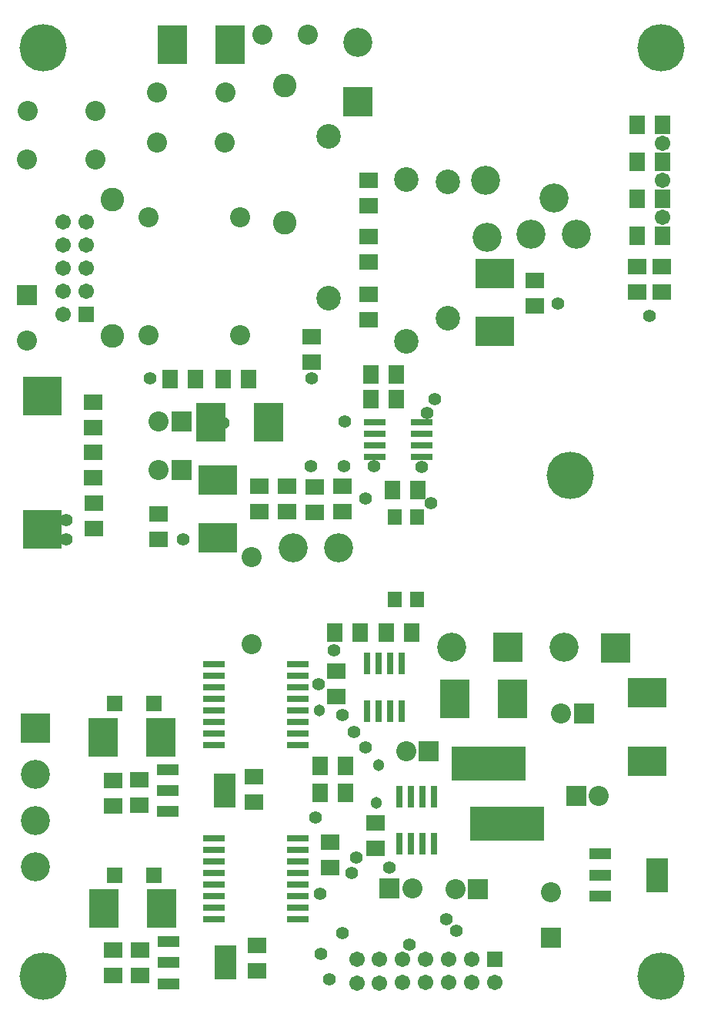
<source format=gts>
%FSLAX43Y43*%
%MOMM*%
G71*
G01*
G75*
%ADD10C,0.300*%
%ADD11R,3.000X4.000*%
%ADD12R,2.150X3.500*%
%ADD13R,2.150X1.100*%
%ADD14R,1.800X1.600*%
%ADD15R,2.150X0.600*%
%ADD16R,2.200X0.600*%
%ADD17R,4.000X3.000*%
%ADD18R,1.600X1.800*%
%ADD19R,0.600X2.200*%
%ADD20R,0.600X2.200*%
%ADD21R,2.200X0.600*%
%ADD22R,8.000X3.500*%
%ADD23R,1.300X1.500*%
%ADD24R,4.000X4.000*%
%ADD25R,2.150X0.600*%
%ADD26C,1.000*%
%ADD27C,2.000*%
%ADD28C,0.500*%
%ADD29C,1.500*%
%ADD30C,0.400*%
%ADD31C,1.500*%
%ADD32C,2.000*%
%ADD33R,2.000X2.000*%
%ADD34R,1.500X1.500*%
%ADD35C,2.500*%
%ADD36C,3.000*%
%ADD37R,3.000X3.000*%
%ADD38C,2.000*%
%ADD39C,5.000*%
%ADD40C,2.400*%
%ADD41C,1.200*%
%ADD42C,1.100*%
%ADD43R,3.500X2.600*%
%ADD44C,0.600*%
%ADD45R,3.203X4.203*%
%ADD46R,2.353X3.703*%
%ADD47R,2.353X1.303*%
%ADD48R,2.003X1.803*%
%ADD49R,2.353X0.803*%
%ADD50R,2.403X0.803*%
%ADD51R,4.203X3.203*%
%ADD52R,1.803X2.003*%
%ADD53R,0.803X2.403*%
%ADD54R,0.803X2.403*%
%ADD55R,2.403X0.803*%
%ADD56R,8.203X3.703*%
%ADD57R,1.503X1.703*%
%ADD58R,4.203X4.203*%
%ADD59R,2.353X0.803*%
%ADD60C,1.703*%
%ADD61C,2.203*%
%ADD62R,2.203X2.203*%
%ADD63R,1.703X1.703*%
%ADD64C,2.703*%
%ADD65C,3.203*%
%ADD66R,3.203X3.203*%
%ADD67C,2.203*%
%ADD68C,5.203*%
%ADD69C,2.603*%
%ADD70C,1.403*%
%ADD71C,1.303*%
D45*
X17991Y30056D02*
D03*
X11641D02*
D03*
X18041Y11256D02*
D03*
X11691D02*
D03*
X29841Y64656D02*
D03*
X23491D02*
D03*
X56641Y34256D02*
D03*
X50291D02*
D03*
X25609Y106194D02*
D03*
X19259D02*
D03*
D46*
X24950Y24250D02*
D03*
X25050Y5300D02*
D03*
X72550Y14950D02*
D03*
D47*
X18750Y21950D02*
D03*
Y24250D02*
D03*
Y26550D02*
D03*
X18850Y3000D02*
D03*
Y5300D02*
D03*
Y7600D02*
D03*
X66350Y17250D02*
D03*
Y12650D02*
D03*
Y14950D02*
D03*
D48*
X28193Y25712D02*
D03*
X28193Y22912D02*
D03*
X15593Y25412D02*
D03*
X15593Y22612D02*
D03*
X12693Y25362D02*
D03*
X12693Y22562D02*
D03*
X28543Y7212D02*
D03*
X28543Y4412D02*
D03*
X12743Y6662D02*
D03*
X12743Y3862D02*
D03*
X15693Y6662D02*
D03*
X15693Y3862D02*
D03*
X34557Y71288D02*
D03*
Y74088D02*
D03*
X40855Y75912D02*
D03*
X10507Y66888D02*
D03*
Y64088D02*
D03*
Y58588D02*
D03*
Y61388D02*
D03*
X17743Y51858D02*
D03*
X17743Y54658D02*
D03*
X28807Y57657D02*
D03*
X28807Y54857D02*
D03*
X59093Y77458D02*
D03*
X59093Y80258D02*
D03*
X37957Y57642D02*
D03*
X37957Y54842D02*
D03*
X31857Y57642D02*
D03*
X31857Y54842D02*
D03*
X34892Y54808D02*
D03*
X34892Y57608D02*
D03*
X41551Y17847D02*
D03*
Y20647D02*
D03*
X40855Y88515D02*
D03*
X40855Y91315D02*
D03*
X40855Y82312D02*
D03*
X40855Y85112D02*
D03*
Y78712D02*
D03*
X10557Y55838D02*
D03*
Y53038D02*
D03*
X73057Y81792D02*
D03*
X73057Y78992D02*
D03*
X70395Y81807D02*
D03*
X70395Y79007D02*
D03*
X36593Y18562D02*
D03*
X37243Y37312D02*
D03*
X36593Y15762D02*
D03*
X37243Y34512D02*
D03*
D49*
X23825Y10055D02*
D03*
Y29255D02*
D03*
Y38145D02*
D03*
Y36875D02*
D03*
Y35605D02*
D03*
Y34335D02*
D03*
Y33065D02*
D03*
Y31795D02*
D03*
Y30525D02*
D03*
X33075Y16405D02*
D03*
X23825Y11325D02*
D03*
Y12595D02*
D03*
Y13865D02*
D03*
Y15135D02*
D03*
Y16405D02*
D03*
Y17675D02*
D03*
Y18945D02*
D03*
X33075Y13865D02*
D03*
Y18945D02*
D03*
Y30525D02*
D03*
Y31795D02*
D03*
Y33065D02*
D03*
Y17675D02*
D03*
Y29255D02*
D03*
Y15135D02*
D03*
Y34335D02*
D03*
Y35605D02*
D03*
D50*
X46704Y60911D02*
D03*
X41504Y63451D02*
D03*
Y62181D02*
D03*
Y60911D02*
D03*
X46704Y64721D02*
D03*
Y63451D02*
D03*
Y62181D02*
D03*
D51*
X71500Y27450D02*
D03*
Y34950D02*
D03*
X24194Y58341D02*
D03*
Y51991D02*
D03*
X54694Y80991D02*
D03*
Y74641D02*
D03*
D52*
X21792Y69393D02*
D03*
X18992Y69393D02*
D03*
X24808Y69407D02*
D03*
X27608Y69407D02*
D03*
X41058Y69907D02*
D03*
X43858Y69907D02*
D03*
X43892Y67193D02*
D03*
X41092Y67193D02*
D03*
X43462Y57272D02*
D03*
X46262Y57272D02*
D03*
X39892Y41593D02*
D03*
X37092Y41593D02*
D03*
X45542Y41593D02*
D03*
X42742Y41593D02*
D03*
X38292Y26943D02*
D03*
X35492Y26943D02*
D03*
X38308Y24007D02*
D03*
X35508Y24007D02*
D03*
X73150Y97376D02*
D03*
X70350Y97376D02*
D03*
X73150Y93312D02*
D03*
X70350Y93312D02*
D03*
X73150Y89249D02*
D03*
X70350Y89249D02*
D03*
X73150Y85185D02*
D03*
X70350Y85185D02*
D03*
D53*
X45465Y18350D02*
D03*
X46735D02*
D03*
X48005D02*
D03*
X44195Y23550D02*
D03*
X45465D02*
D03*
X46735D02*
D03*
X48005D02*
D03*
X43235Y38150D02*
D03*
X41965D02*
D03*
X40695Y38150D02*
D03*
X44505Y32950D02*
D03*
X43235Y32950D02*
D03*
X41965D02*
D03*
X40695Y32950D02*
D03*
D54*
X44195Y18350D02*
D03*
X44505Y38150D02*
D03*
D55*
X41504Y64721D02*
D03*
D56*
X56075Y20578D02*
D03*
X54043Y27182D02*
D03*
D57*
X46200Y45250D02*
D03*
Y54250D02*
D03*
X43700D02*
D03*
Y45250D02*
D03*
D58*
X4950Y52950D02*
D03*
Y67550D02*
D03*
D59*
X33075Y12595D02*
D03*
Y11325D02*
D03*
X33075Y38145D02*
D03*
X33075Y10055D02*
D03*
X33075Y36875D02*
D03*
D60*
X39540Y3040D02*
D03*
X42040D02*
D03*
Y5650D02*
D03*
X44537D02*
D03*
X47077D02*
D03*
X49617Y3110D02*
D03*
X47077D02*
D03*
X54697D02*
D03*
X52157Y5650D02*
D03*
X49617D02*
D03*
X7210Y76550D02*
D03*
X9750Y79090D02*
D03*
X7210D02*
D03*
X9750Y81630D02*
D03*
X7210D02*
D03*
X9750Y84170D02*
D03*
X7210D02*
D03*
X9750Y86710D02*
D03*
X7210Y86710D02*
D03*
X39540Y5650D02*
D03*
X52157Y3110D02*
D03*
X44537D02*
D03*
X73150Y95350D02*
D03*
Y91300D02*
D03*
Y87200D02*
D03*
D61*
X61989Y32658D02*
D03*
X60857Y13049D02*
D03*
X27958Y49848D02*
D03*
Y40348D02*
D03*
X17715Y64740D02*
D03*
X17735Y59471D02*
D03*
X44939Y28558D02*
D03*
X45611Y13442D02*
D03*
X17548Y100892D02*
D03*
X25002Y95458D02*
D03*
X26650Y74250D02*
D03*
X16650D02*
D03*
X26650Y87250D02*
D03*
X16650D02*
D03*
X29154Y107302D02*
D03*
X34154D02*
D03*
X3208Y73644D02*
D03*
X10752Y93558D02*
D03*
X3252D02*
D03*
X3298Y98892D02*
D03*
X66161Y23642D02*
D03*
X50385Y13408D02*
D03*
D62*
X64489Y32658D02*
D03*
X60857Y8049D02*
D03*
X20215Y64739D02*
D03*
X20235Y59471D02*
D03*
X47439Y28558D02*
D03*
X43111Y13442D02*
D03*
X3208Y78644D02*
D03*
X63661Y23642D02*
D03*
X52885Y13408D02*
D03*
D63*
X17200Y33750D02*
D03*
X12900D02*
D03*
X17200Y14950D02*
D03*
X12900D02*
D03*
X54697Y5650D02*
D03*
X9750Y76550D02*
D03*
D64*
X36458Y96093D02*
D03*
Y78313D02*
D03*
X44992Y73607D02*
D03*
Y91387D02*
D03*
X49550Y76150D02*
D03*
Y91150D02*
D03*
D65*
X39600Y106450D02*
D03*
X50000Y40000D02*
D03*
X32550Y50850D02*
D03*
X37500D02*
D03*
X53700Y91250D02*
D03*
X53900Y85050D02*
D03*
X63697Y85350D02*
D03*
X61197Y89350D02*
D03*
X58697Y85350D02*
D03*
X62300Y40000D02*
D03*
X4200Y20940D02*
D03*
Y26020D02*
D03*
Y15860D02*
D03*
D66*
X39600Y99950D02*
D03*
X56150Y40000D02*
D03*
X68000Y39900D02*
D03*
X4200Y31100D02*
D03*
D67*
X25048Y100892D02*
D03*
X17502Y95458D02*
D03*
X10798Y98892D02*
D03*
D68*
X63000Y58850D02*
D03*
X5000Y3850D02*
D03*
X5000Y105850D02*
D03*
X73000Y105850D02*
D03*
X73000Y3850D02*
D03*
D69*
X31600Y86650D02*
D03*
X12600Y89200D02*
D03*
X31600Y101650D02*
D03*
X12600Y74200D02*
D03*
D70*
X71750Y76350D02*
D03*
X24800Y64650D02*
D03*
X34500Y59850D02*
D03*
X34550Y69500D02*
D03*
X47250Y65750D02*
D03*
X48100Y67200D02*
D03*
X41450Y59850D02*
D03*
X47650Y55800D02*
D03*
X38200Y64750D02*
D03*
X38100Y59900D02*
D03*
X16800Y69500D02*
D03*
X20400Y51808D02*
D03*
X7550Y53950D02*
D03*
Y51850D02*
D03*
X40500Y56300D02*
D03*
X46650Y59800D02*
D03*
X61650Y77750D02*
D03*
X38950Y15200D02*
D03*
X35500Y12900D02*
D03*
X35550Y6300D02*
D03*
X39450Y16850D02*
D03*
X36500Y3450D02*
D03*
X35300Y35900D02*
D03*
X37950Y32500D02*
D03*
Y8550D02*
D03*
X50500Y8800D02*
D03*
X39200Y30650D02*
D03*
X49382Y10082D02*
D03*
X40450Y28950D02*
D03*
X37000Y39600D02*
D03*
X45300Y7250D02*
D03*
X43100Y15750D02*
D03*
X35000Y21250D02*
D03*
D71*
X35397Y33000D02*
D03*
X41897Y27000D02*
D03*
X41697Y22900D02*
D03*
M02*

</source>
